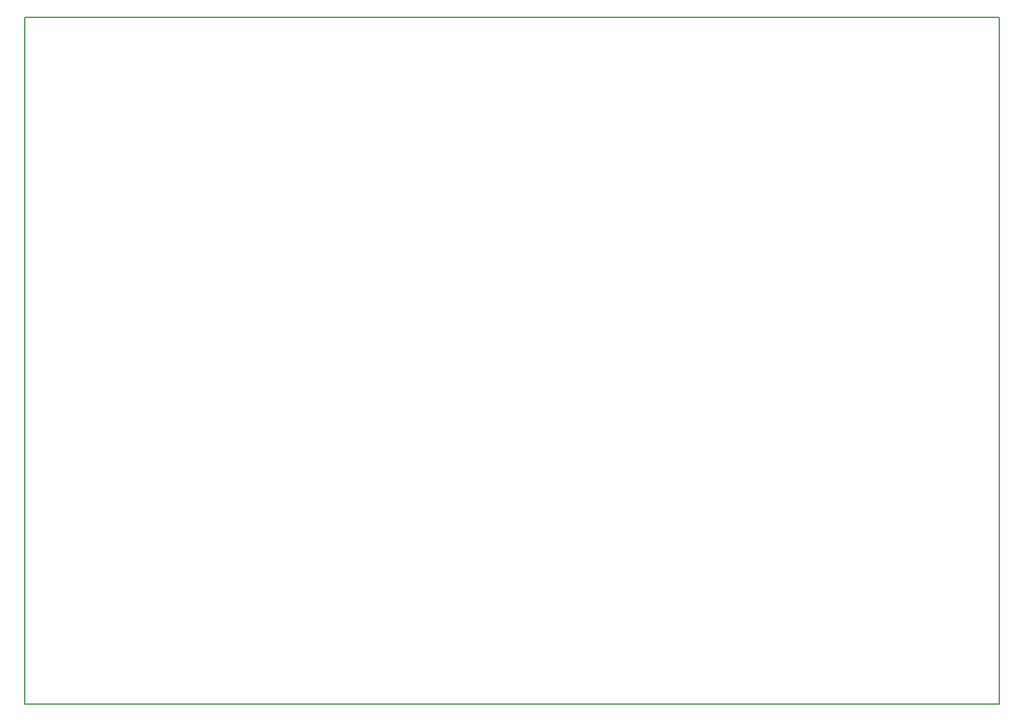
<source format=gbr>
G04 #@! TF.GenerationSoftware,KiCad,Pcbnew,5.0.2-bee76a0~70~ubuntu18.04.1*
G04 #@! TF.CreationDate,2019-01-14T22:09:39+00:00*
G04 #@! TF.ProjectId,monotron,6d6f6e6f-7472-46f6-9e2e-6b696361645f,0.6.0*
G04 #@! TF.SameCoordinates,Original*
G04 #@! TF.FileFunction,Profile,NP*
%FSLAX46Y46*%
G04 Gerber Fmt 4.6, Leading zero omitted, Abs format (unit mm)*
G04 Created by KiCad (PCBNEW 5.0.2-bee76a0~70~ubuntu18.04.1) date Mon 14 Jan 2019 22:09:39 GMT*
%MOMM*%
%LPD*%
G01*
G04 APERTURE LIST*
%ADD10C,0.150000*%
G04 APERTURE END LIST*
D10*
X207010000Y-35560000D02*
X73660000Y-35560000D01*
X207010000Y-129540000D02*
X207010000Y-35560000D01*
X73660000Y-129540000D02*
X207010000Y-129540000D01*
X73660000Y-35560000D02*
X73660000Y-129540000D01*
M02*

</source>
